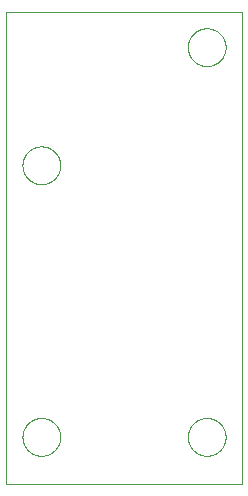
<source format=gtp>
G75*
%MOIN*%
%OFA0B0*%
%FSLAX25Y25*%
%IPPOS*%
%LPD*%
%AMOC8*
5,1,8,0,0,1.08239X$1,22.5*
%
%ADD10C,0.00000*%
D10*
X0001000Y0001000D02*
X0001000Y0158480D01*
X0079740Y0158480D01*
X0079740Y0001000D01*
X0001000Y0001000D01*
X0006512Y0016748D02*
X0006514Y0016906D01*
X0006520Y0017064D01*
X0006530Y0017222D01*
X0006544Y0017380D01*
X0006562Y0017537D01*
X0006583Y0017694D01*
X0006609Y0017850D01*
X0006639Y0018006D01*
X0006672Y0018161D01*
X0006710Y0018314D01*
X0006751Y0018467D01*
X0006796Y0018619D01*
X0006845Y0018770D01*
X0006898Y0018919D01*
X0006954Y0019067D01*
X0007014Y0019213D01*
X0007078Y0019358D01*
X0007146Y0019501D01*
X0007217Y0019643D01*
X0007291Y0019783D01*
X0007369Y0019920D01*
X0007451Y0020056D01*
X0007535Y0020190D01*
X0007624Y0020321D01*
X0007715Y0020450D01*
X0007810Y0020577D01*
X0007907Y0020702D01*
X0008008Y0020824D01*
X0008112Y0020943D01*
X0008219Y0021060D01*
X0008329Y0021174D01*
X0008442Y0021285D01*
X0008557Y0021394D01*
X0008675Y0021499D01*
X0008796Y0021601D01*
X0008919Y0021701D01*
X0009045Y0021797D01*
X0009173Y0021890D01*
X0009303Y0021980D01*
X0009436Y0022066D01*
X0009571Y0022150D01*
X0009707Y0022229D01*
X0009846Y0022306D01*
X0009987Y0022378D01*
X0010129Y0022448D01*
X0010273Y0022513D01*
X0010419Y0022575D01*
X0010566Y0022633D01*
X0010715Y0022688D01*
X0010865Y0022739D01*
X0011016Y0022786D01*
X0011168Y0022829D01*
X0011321Y0022868D01*
X0011476Y0022904D01*
X0011631Y0022935D01*
X0011787Y0022963D01*
X0011943Y0022987D01*
X0012100Y0023007D01*
X0012258Y0023023D01*
X0012415Y0023035D01*
X0012574Y0023043D01*
X0012732Y0023047D01*
X0012890Y0023047D01*
X0013048Y0023043D01*
X0013207Y0023035D01*
X0013364Y0023023D01*
X0013522Y0023007D01*
X0013679Y0022987D01*
X0013835Y0022963D01*
X0013991Y0022935D01*
X0014146Y0022904D01*
X0014301Y0022868D01*
X0014454Y0022829D01*
X0014606Y0022786D01*
X0014757Y0022739D01*
X0014907Y0022688D01*
X0015056Y0022633D01*
X0015203Y0022575D01*
X0015349Y0022513D01*
X0015493Y0022448D01*
X0015635Y0022378D01*
X0015776Y0022306D01*
X0015915Y0022229D01*
X0016051Y0022150D01*
X0016186Y0022066D01*
X0016319Y0021980D01*
X0016449Y0021890D01*
X0016577Y0021797D01*
X0016703Y0021701D01*
X0016826Y0021601D01*
X0016947Y0021499D01*
X0017065Y0021394D01*
X0017180Y0021285D01*
X0017293Y0021174D01*
X0017403Y0021060D01*
X0017510Y0020943D01*
X0017614Y0020824D01*
X0017715Y0020702D01*
X0017812Y0020577D01*
X0017907Y0020450D01*
X0017998Y0020321D01*
X0018087Y0020190D01*
X0018171Y0020056D01*
X0018253Y0019920D01*
X0018331Y0019783D01*
X0018405Y0019643D01*
X0018476Y0019501D01*
X0018544Y0019358D01*
X0018608Y0019213D01*
X0018668Y0019067D01*
X0018724Y0018919D01*
X0018777Y0018770D01*
X0018826Y0018619D01*
X0018871Y0018467D01*
X0018912Y0018314D01*
X0018950Y0018161D01*
X0018983Y0018006D01*
X0019013Y0017850D01*
X0019039Y0017694D01*
X0019060Y0017537D01*
X0019078Y0017380D01*
X0019092Y0017222D01*
X0019102Y0017064D01*
X0019108Y0016906D01*
X0019110Y0016748D01*
X0019108Y0016590D01*
X0019102Y0016432D01*
X0019092Y0016274D01*
X0019078Y0016116D01*
X0019060Y0015959D01*
X0019039Y0015802D01*
X0019013Y0015646D01*
X0018983Y0015490D01*
X0018950Y0015335D01*
X0018912Y0015182D01*
X0018871Y0015029D01*
X0018826Y0014877D01*
X0018777Y0014726D01*
X0018724Y0014577D01*
X0018668Y0014429D01*
X0018608Y0014283D01*
X0018544Y0014138D01*
X0018476Y0013995D01*
X0018405Y0013853D01*
X0018331Y0013713D01*
X0018253Y0013576D01*
X0018171Y0013440D01*
X0018087Y0013306D01*
X0017998Y0013175D01*
X0017907Y0013046D01*
X0017812Y0012919D01*
X0017715Y0012794D01*
X0017614Y0012672D01*
X0017510Y0012553D01*
X0017403Y0012436D01*
X0017293Y0012322D01*
X0017180Y0012211D01*
X0017065Y0012102D01*
X0016947Y0011997D01*
X0016826Y0011895D01*
X0016703Y0011795D01*
X0016577Y0011699D01*
X0016449Y0011606D01*
X0016319Y0011516D01*
X0016186Y0011430D01*
X0016051Y0011346D01*
X0015915Y0011267D01*
X0015776Y0011190D01*
X0015635Y0011118D01*
X0015493Y0011048D01*
X0015349Y0010983D01*
X0015203Y0010921D01*
X0015056Y0010863D01*
X0014907Y0010808D01*
X0014757Y0010757D01*
X0014606Y0010710D01*
X0014454Y0010667D01*
X0014301Y0010628D01*
X0014146Y0010592D01*
X0013991Y0010561D01*
X0013835Y0010533D01*
X0013679Y0010509D01*
X0013522Y0010489D01*
X0013364Y0010473D01*
X0013207Y0010461D01*
X0013048Y0010453D01*
X0012890Y0010449D01*
X0012732Y0010449D01*
X0012574Y0010453D01*
X0012415Y0010461D01*
X0012258Y0010473D01*
X0012100Y0010489D01*
X0011943Y0010509D01*
X0011787Y0010533D01*
X0011631Y0010561D01*
X0011476Y0010592D01*
X0011321Y0010628D01*
X0011168Y0010667D01*
X0011016Y0010710D01*
X0010865Y0010757D01*
X0010715Y0010808D01*
X0010566Y0010863D01*
X0010419Y0010921D01*
X0010273Y0010983D01*
X0010129Y0011048D01*
X0009987Y0011118D01*
X0009846Y0011190D01*
X0009707Y0011267D01*
X0009571Y0011346D01*
X0009436Y0011430D01*
X0009303Y0011516D01*
X0009173Y0011606D01*
X0009045Y0011699D01*
X0008919Y0011795D01*
X0008796Y0011895D01*
X0008675Y0011997D01*
X0008557Y0012102D01*
X0008442Y0012211D01*
X0008329Y0012322D01*
X0008219Y0012436D01*
X0008112Y0012553D01*
X0008008Y0012672D01*
X0007907Y0012794D01*
X0007810Y0012919D01*
X0007715Y0013046D01*
X0007624Y0013175D01*
X0007535Y0013306D01*
X0007451Y0013440D01*
X0007369Y0013576D01*
X0007291Y0013713D01*
X0007217Y0013853D01*
X0007146Y0013995D01*
X0007078Y0014138D01*
X0007014Y0014283D01*
X0006954Y0014429D01*
X0006898Y0014577D01*
X0006845Y0014726D01*
X0006796Y0014877D01*
X0006751Y0015029D01*
X0006710Y0015182D01*
X0006672Y0015335D01*
X0006639Y0015490D01*
X0006609Y0015646D01*
X0006583Y0015802D01*
X0006562Y0015959D01*
X0006544Y0016116D01*
X0006530Y0016274D01*
X0006520Y0016432D01*
X0006514Y0016590D01*
X0006512Y0016748D01*
X0006512Y0107299D02*
X0006514Y0107457D01*
X0006520Y0107615D01*
X0006530Y0107773D01*
X0006544Y0107931D01*
X0006562Y0108088D01*
X0006583Y0108245D01*
X0006609Y0108401D01*
X0006639Y0108557D01*
X0006672Y0108712D01*
X0006710Y0108865D01*
X0006751Y0109018D01*
X0006796Y0109170D01*
X0006845Y0109321D01*
X0006898Y0109470D01*
X0006954Y0109618D01*
X0007014Y0109764D01*
X0007078Y0109909D01*
X0007146Y0110052D01*
X0007217Y0110194D01*
X0007291Y0110334D01*
X0007369Y0110471D01*
X0007451Y0110607D01*
X0007535Y0110741D01*
X0007624Y0110872D01*
X0007715Y0111001D01*
X0007810Y0111128D01*
X0007907Y0111253D01*
X0008008Y0111375D01*
X0008112Y0111494D01*
X0008219Y0111611D01*
X0008329Y0111725D01*
X0008442Y0111836D01*
X0008557Y0111945D01*
X0008675Y0112050D01*
X0008796Y0112152D01*
X0008919Y0112252D01*
X0009045Y0112348D01*
X0009173Y0112441D01*
X0009303Y0112531D01*
X0009436Y0112617D01*
X0009571Y0112701D01*
X0009707Y0112780D01*
X0009846Y0112857D01*
X0009987Y0112929D01*
X0010129Y0112999D01*
X0010273Y0113064D01*
X0010419Y0113126D01*
X0010566Y0113184D01*
X0010715Y0113239D01*
X0010865Y0113290D01*
X0011016Y0113337D01*
X0011168Y0113380D01*
X0011321Y0113419D01*
X0011476Y0113455D01*
X0011631Y0113486D01*
X0011787Y0113514D01*
X0011943Y0113538D01*
X0012100Y0113558D01*
X0012258Y0113574D01*
X0012415Y0113586D01*
X0012574Y0113594D01*
X0012732Y0113598D01*
X0012890Y0113598D01*
X0013048Y0113594D01*
X0013207Y0113586D01*
X0013364Y0113574D01*
X0013522Y0113558D01*
X0013679Y0113538D01*
X0013835Y0113514D01*
X0013991Y0113486D01*
X0014146Y0113455D01*
X0014301Y0113419D01*
X0014454Y0113380D01*
X0014606Y0113337D01*
X0014757Y0113290D01*
X0014907Y0113239D01*
X0015056Y0113184D01*
X0015203Y0113126D01*
X0015349Y0113064D01*
X0015493Y0112999D01*
X0015635Y0112929D01*
X0015776Y0112857D01*
X0015915Y0112780D01*
X0016051Y0112701D01*
X0016186Y0112617D01*
X0016319Y0112531D01*
X0016449Y0112441D01*
X0016577Y0112348D01*
X0016703Y0112252D01*
X0016826Y0112152D01*
X0016947Y0112050D01*
X0017065Y0111945D01*
X0017180Y0111836D01*
X0017293Y0111725D01*
X0017403Y0111611D01*
X0017510Y0111494D01*
X0017614Y0111375D01*
X0017715Y0111253D01*
X0017812Y0111128D01*
X0017907Y0111001D01*
X0017998Y0110872D01*
X0018087Y0110741D01*
X0018171Y0110607D01*
X0018253Y0110471D01*
X0018331Y0110334D01*
X0018405Y0110194D01*
X0018476Y0110052D01*
X0018544Y0109909D01*
X0018608Y0109764D01*
X0018668Y0109618D01*
X0018724Y0109470D01*
X0018777Y0109321D01*
X0018826Y0109170D01*
X0018871Y0109018D01*
X0018912Y0108865D01*
X0018950Y0108712D01*
X0018983Y0108557D01*
X0019013Y0108401D01*
X0019039Y0108245D01*
X0019060Y0108088D01*
X0019078Y0107931D01*
X0019092Y0107773D01*
X0019102Y0107615D01*
X0019108Y0107457D01*
X0019110Y0107299D01*
X0019108Y0107141D01*
X0019102Y0106983D01*
X0019092Y0106825D01*
X0019078Y0106667D01*
X0019060Y0106510D01*
X0019039Y0106353D01*
X0019013Y0106197D01*
X0018983Y0106041D01*
X0018950Y0105886D01*
X0018912Y0105733D01*
X0018871Y0105580D01*
X0018826Y0105428D01*
X0018777Y0105277D01*
X0018724Y0105128D01*
X0018668Y0104980D01*
X0018608Y0104834D01*
X0018544Y0104689D01*
X0018476Y0104546D01*
X0018405Y0104404D01*
X0018331Y0104264D01*
X0018253Y0104127D01*
X0018171Y0103991D01*
X0018087Y0103857D01*
X0017998Y0103726D01*
X0017907Y0103597D01*
X0017812Y0103470D01*
X0017715Y0103345D01*
X0017614Y0103223D01*
X0017510Y0103104D01*
X0017403Y0102987D01*
X0017293Y0102873D01*
X0017180Y0102762D01*
X0017065Y0102653D01*
X0016947Y0102548D01*
X0016826Y0102446D01*
X0016703Y0102346D01*
X0016577Y0102250D01*
X0016449Y0102157D01*
X0016319Y0102067D01*
X0016186Y0101981D01*
X0016051Y0101897D01*
X0015915Y0101818D01*
X0015776Y0101741D01*
X0015635Y0101669D01*
X0015493Y0101599D01*
X0015349Y0101534D01*
X0015203Y0101472D01*
X0015056Y0101414D01*
X0014907Y0101359D01*
X0014757Y0101308D01*
X0014606Y0101261D01*
X0014454Y0101218D01*
X0014301Y0101179D01*
X0014146Y0101143D01*
X0013991Y0101112D01*
X0013835Y0101084D01*
X0013679Y0101060D01*
X0013522Y0101040D01*
X0013364Y0101024D01*
X0013207Y0101012D01*
X0013048Y0101004D01*
X0012890Y0101000D01*
X0012732Y0101000D01*
X0012574Y0101004D01*
X0012415Y0101012D01*
X0012258Y0101024D01*
X0012100Y0101040D01*
X0011943Y0101060D01*
X0011787Y0101084D01*
X0011631Y0101112D01*
X0011476Y0101143D01*
X0011321Y0101179D01*
X0011168Y0101218D01*
X0011016Y0101261D01*
X0010865Y0101308D01*
X0010715Y0101359D01*
X0010566Y0101414D01*
X0010419Y0101472D01*
X0010273Y0101534D01*
X0010129Y0101599D01*
X0009987Y0101669D01*
X0009846Y0101741D01*
X0009707Y0101818D01*
X0009571Y0101897D01*
X0009436Y0101981D01*
X0009303Y0102067D01*
X0009173Y0102157D01*
X0009045Y0102250D01*
X0008919Y0102346D01*
X0008796Y0102446D01*
X0008675Y0102548D01*
X0008557Y0102653D01*
X0008442Y0102762D01*
X0008329Y0102873D01*
X0008219Y0102987D01*
X0008112Y0103104D01*
X0008008Y0103223D01*
X0007907Y0103345D01*
X0007810Y0103470D01*
X0007715Y0103597D01*
X0007624Y0103726D01*
X0007535Y0103857D01*
X0007451Y0103991D01*
X0007369Y0104127D01*
X0007291Y0104264D01*
X0007217Y0104404D01*
X0007146Y0104546D01*
X0007078Y0104689D01*
X0007014Y0104834D01*
X0006954Y0104980D01*
X0006898Y0105128D01*
X0006845Y0105277D01*
X0006796Y0105428D01*
X0006751Y0105580D01*
X0006710Y0105733D01*
X0006672Y0105886D01*
X0006639Y0106041D01*
X0006609Y0106197D01*
X0006583Y0106353D01*
X0006562Y0106510D01*
X0006544Y0106667D01*
X0006530Y0106825D01*
X0006520Y0106983D01*
X0006514Y0107141D01*
X0006512Y0107299D01*
X0061630Y0146669D02*
X0061632Y0146827D01*
X0061638Y0146985D01*
X0061648Y0147143D01*
X0061662Y0147301D01*
X0061680Y0147458D01*
X0061701Y0147615D01*
X0061727Y0147771D01*
X0061757Y0147927D01*
X0061790Y0148082D01*
X0061828Y0148235D01*
X0061869Y0148388D01*
X0061914Y0148540D01*
X0061963Y0148691D01*
X0062016Y0148840D01*
X0062072Y0148988D01*
X0062132Y0149134D01*
X0062196Y0149279D01*
X0062264Y0149422D01*
X0062335Y0149564D01*
X0062409Y0149704D01*
X0062487Y0149841D01*
X0062569Y0149977D01*
X0062653Y0150111D01*
X0062742Y0150242D01*
X0062833Y0150371D01*
X0062928Y0150498D01*
X0063025Y0150623D01*
X0063126Y0150745D01*
X0063230Y0150864D01*
X0063337Y0150981D01*
X0063447Y0151095D01*
X0063560Y0151206D01*
X0063675Y0151315D01*
X0063793Y0151420D01*
X0063914Y0151522D01*
X0064037Y0151622D01*
X0064163Y0151718D01*
X0064291Y0151811D01*
X0064421Y0151901D01*
X0064554Y0151987D01*
X0064689Y0152071D01*
X0064825Y0152150D01*
X0064964Y0152227D01*
X0065105Y0152299D01*
X0065247Y0152369D01*
X0065391Y0152434D01*
X0065537Y0152496D01*
X0065684Y0152554D01*
X0065833Y0152609D01*
X0065983Y0152660D01*
X0066134Y0152707D01*
X0066286Y0152750D01*
X0066439Y0152789D01*
X0066594Y0152825D01*
X0066749Y0152856D01*
X0066905Y0152884D01*
X0067061Y0152908D01*
X0067218Y0152928D01*
X0067376Y0152944D01*
X0067533Y0152956D01*
X0067692Y0152964D01*
X0067850Y0152968D01*
X0068008Y0152968D01*
X0068166Y0152964D01*
X0068325Y0152956D01*
X0068482Y0152944D01*
X0068640Y0152928D01*
X0068797Y0152908D01*
X0068953Y0152884D01*
X0069109Y0152856D01*
X0069264Y0152825D01*
X0069419Y0152789D01*
X0069572Y0152750D01*
X0069724Y0152707D01*
X0069875Y0152660D01*
X0070025Y0152609D01*
X0070174Y0152554D01*
X0070321Y0152496D01*
X0070467Y0152434D01*
X0070611Y0152369D01*
X0070753Y0152299D01*
X0070894Y0152227D01*
X0071033Y0152150D01*
X0071169Y0152071D01*
X0071304Y0151987D01*
X0071437Y0151901D01*
X0071567Y0151811D01*
X0071695Y0151718D01*
X0071821Y0151622D01*
X0071944Y0151522D01*
X0072065Y0151420D01*
X0072183Y0151315D01*
X0072298Y0151206D01*
X0072411Y0151095D01*
X0072521Y0150981D01*
X0072628Y0150864D01*
X0072732Y0150745D01*
X0072833Y0150623D01*
X0072930Y0150498D01*
X0073025Y0150371D01*
X0073116Y0150242D01*
X0073205Y0150111D01*
X0073289Y0149977D01*
X0073371Y0149841D01*
X0073449Y0149704D01*
X0073523Y0149564D01*
X0073594Y0149422D01*
X0073662Y0149279D01*
X0073726Y0149134D01*
X0073786Y0148988D01*
X0073842Y0148840D01*
X0073895Y0148691D01*
X0073944Y0148540D01*
X0073989Y0148388D01*
X0074030Y0148235D01*
X0074068Y0148082D01*
X0074101Y0147927D01*
X0074131Y0147771D01*
X0074157Y0147615D01*
X0074178Y0147458D01*
X0074196Y0147301D01*
X0074210Y0147143D01*
X0074220Y0146985D01*
X0074226Y0146827D01*
X0074228Y0146669D01*
X0074226Y0146511D01*
X0074220Y0146353D01*
X0074210Y0146195D01*
X0074196Y0146037D01*
X0074178Y0145880D01*
X0074157Y0145723D01*
X0074131Y0145567D01*
X0074101Y0145411D01*
X0074068Y0145256D01*
X0074030Y0145103D01*
X0073989Y0144950D01*
X0073944Y0144798D01*
X0073895Y0144647D01*
X0073842Y0144498D01*
X0073786Y0144350D01*
X0073726Y0144204D01*
X0073662Y0144059D01*
X0073594Y0143916D01*
X0073523Y0143774D01*
X0073449Y0143634D01*
X0073371Y0143497D01*
X0073289Y0143361D01*
X0073205Y0143227D01*
X0073116Y0143096D01*
X0073025Y0142967D01*
X0072930Y0142840D01*
X0072833Y0142715D01*
X0072732Y0142593D01*
X0072628Y0142474D01*
X0072521Y0142357D01*
X0072411Y0142243D01*
X0072298Y0142132D01*
X0072183Y0142023D01*
X0072065Y0141918D01*
X0071944Y0141816D01*
X0071821Y0141716D01*
X0071695Y0141620D01*
X0071567Y0141527D01*
X0071437Y0141437D01*
X0071304Y0141351D01*
X0071169Y0141267D01*
X0071033Y0141188D01*
X0070894Y0141111D01*
X0070753Y0141039D01*
X0070611Y0140969D01*
X0070467Y0140904D01*
X0070321Y0140842D01*
X0070174Y0140784D01*
X0070025Y0140729D01*
X0069875Y0140678D01*
X0069724Y0140631D01*
X0069572Y0140588D01*
X0069419Y0140549D01*
X0069264Y0140513D01*
X0069109Y0140482D01*
X0068953Y0140454D01*
X0068797Y0140430D01*
X0068640Y0140410D01*
X0068482Y0140394D01*
X0068325Y0140382D01*
X0068166Y0140374D01*
X0068008Y0140370D01*
X0067850Y0140370D01*
X0067692Y0140374D01*
X0067533Y0140382D01*
X0067376Y0140394D01*
X0067218Y0140410D01*
X0067061Y0140430D01*
X0066905Y0140454D01*
X0066749Y0140482D01*
X0066594Y0140513D01*
X0066439Y0140549D01*
X0066286Y0140588D01*
X0066134Y0140631D01*
X0065983Y0140678D01*
X0065833Y0140729D01*
X0065684Y0140784D01*
X0065537Y0140842D01*
X0065391Y0140904D01*
X0065247Y0140969D01*
X0065105Y0141039D01*
X0064964Y0141111D01*
X0064825Y0141188D01*
X0064689Y0141267D01*
X0064554Y0141351D01*
X0064421Y0141437D01*
X0064291Y0141527D01*
X0064163Y0141620D01*
X0064037Y0141716D01*
X0063914Y0141816D01*
X0063793Y0141918D01*
X0063675Y0142023D01*
X0063560Y0142132D01*
X0063447Y0142243D01*
X0063337Y0142357D01*
X0063230Y0142474D01*
X0063126Y0142593D01*
X0063025Y0142715D01*
X0062928Y0142840D01*
X0062833Y0142967D01*
X0062742Y0143096D01*
X0062653Y0143227D01*
X0062569Y0143361D01*
X0062487Y0143497D01*
X0062409Y0143634D01*
X0062335Y0143774D01*
X0062264Y0143916D01*
X0062196Y0144059D01*
X0062132Y0144204D01*
X0062072Y0144350D01*
X0062016Y0144498D01*
X0061963Y0144647D01*
X0061914Y0144798D01*
X0061869Y0144950D01*
X0061828Y0145103D01*
X0061790Y0145256D01*
X0061757Y0145411D01*
X0061727Y0145567D01*
X0061701Y0145723D01*
X0061680Y0145880D01*
X0061662Y0146037D01*
X0061648Y0146195D01*
X0061638Y0146353D01*
X0061632Y0146511D01*
X0061630Y0146669D01*
X0061630Y0016748D02*
X0061632Y0016906D01*
X0061638Y0017064D01*
X0061648Y0017222D01*
X0061662Y0017380D01*
X0061680Y0017537D01*
X0061701Y0017694D01*
X0061727Y0017850D01*
X0061757Y0018006D01*
X0061790Y0018161D01*
X0061828Y0018314D01*
X0061869Y0018467D01*
X0061914Y0018619D01*
X0061963Y0018770D01*
X0062016Y0018919D01*
X0062072Y0019067D01*
X0062132Y0019213D01*
X0062196Y0019358D01*
X0062264Y0019501D01*
X0062335Y0019643D01*
X0062409Y0019783D01*
X0062487Y0019920D01*
X0062569Y0020056D01*
X0062653Y0020190D01*
X0062742Y0020321D01*
X0062833Y0020450D01*
X0062928Y0020577D01*
X0063025Y0020702D01*
X0063126Y0020824D01*
X0063230Y0020943D01*
X0063337Y0021060D01*
X0063447Y0021174D01*
X0063560Y0021285D01*
X0063675Y0021394D01*
X0063793Y0021499D01*
X0063914Y0021601D01*
X0064037Y0021701D01*
X0064163Y0021797D01*
X0064291Y0021890D01*
X0064421Y0021980D01*
X0064554Y0022066D01*
X0064689Y0022150D01*
X0064825Y0022229D01*
X0064964Y0022306D01*
X0065105Y0022378D01*
X0065247Y0022448D01*
X0065391Y0022513D01*
X0065537Y0022575D01*
X0065684Y0022633D01*
X0065833Y0022688D01*
X0065983Y0022739D01*
X0066134Y0022786D01*
X0066286Y0022829D01*
X0066439Y0022868D01*
X0066594Y0022904D01*
X0066749Y0022935D01*
X0066905Y0022963D01*
X0067061Y0022987D01*
X0067218Y0023007D01*
X0067376Y0023023D01*
X0067533Y0023035D01*
X0067692Y0023043D01*
X0067850Y0023047D01*
X0068008Y0023047D01*
X0068166Y0023043D01*
X0068325Y0023035D01*
X0068482Y0023023D01*
X0068640Y0023007D01*
X0068797Y0022987D01*
X0068953Y0022963D01*
X0069109Y0022935D01*
X0069264Y0022904D01*
X0069419Y0022868D01*
X0069572Y0022829D01*
X0069724Y0022786D01*
X0069875Y0022739D01*
X0070025Y0022688D01*
X0070174Y0022633D01*
X0070321Y0022575D01*
X0070467Y0022513D01*
X0070611Y0022448D01*
X0070753Y0022378D01*
X0070894Y0022306D01*
X0071033Y0022229D01*
X0071169Y0022150D01*
X0071304Y0022066D01*
X0071437Y0021980D01*
X0071567Y0021890D01*
X0071695Y0021797D01*
X0071821Y0021701D01*
X0071944Y0021601D01*
X0072065Y0021499D01*
X0072183Y0021394D01*
X0072298Y0021285D01*
X0072411Y0021174D01*
X0072521Y0021060D01*
X0072628Y0020943D01*
X0072732Y0020824D01*
X0072833Y0020702D01*
X0072930Y0020577D01*
X0073025Y0020450D01*
X0073116Y0020321D01*
X0073205Y0020190D01*
X0073289Y0020056D01*
X0073371Y0019920D01*
X0073449Y0019783D01*
X0073523Y0019643D01*
X0073594Y0019501D01*
X0073662Y0019358D01*
X0073726Y0019213D01*
X0073786Y0019067D01*
X0073842Y0018919D01*
X0073895Y0018770D01*
X0073944Y0018619D01*
X0073989Y0018467D01*
X0074030Y0018314D01*
X0074068Y0018161D01*
X0074101Y0018006D01*
X0074131Y0017850D01*
X0074157Y0017694D01*
X0074178Y0017537D01*
X0074196Y0017380D01*
X0074210Y0017222D01*
X0074220Y0017064D01*
X0074226Y0016906D01*
X0074228Y0016748D01*
X0074226Y0016590D01*
X0074220Y0016432D01*
X0074210Y0016274D01*
X0074196Y0016116D01*
X0074178Y0015959D01*
X0074157Y0015802D01*
X0074131Y0015646D01*
X0074101Y0015490D01*
X0074068Y0015335D01*
X0074030Y0015182D01*
X0073989Y0015029D01*
X0073944Y0014877D01*
X0073895Y0014726D01*
X0073842Y0014577D01*
X0073786Y0014429D01*
X0073726Y0014283D01*
X0073662Y0014138D01*
X0073594Y0013995D01*
X0073523Y0013853D01*
X0073449Y0013713D01*
X0073371Y0013576D01*
X0073289Y0013440D01*
X0073205Y0013306D01*
X0073116Y0013175D01*
X0073025Y0013046D01*
X0072930Y0012919D01*
X0072833Y0012794D01*
X0072732Y0012672D01*
X0072628Y0012553D01*
X0072521Y0012436D01*
X0072411Y0012322D01*
X0072298Y0012211D01*
X0072183Y0012102D01*
X0072065Y0011997D01*
X0071944Y0011895D01*
X0071821Y0011795D01*
X0071695Y0011699D01*
X0071567Y0011606D01*
X0071437Y0011516D01*
X0071304Y0011430D01*
X0071169Y0011346D01*
X0071033Y0011267D01*
X0070894Y0011190D01*
X0070753Y0011118D01*
X0070611Y0011048D01*
X0070467Y0010983D01*
X0070321Y0010921D01*
X0070174Y0010863D01*
X0070025Y0010808D01*
X0069875Y0010757D01*
X0069724Y0010710D01*
X0069572Y0010667D01*
X0069419Y0010628D01*
X0069264Y0010592D01*
X0069109Y0010561D01*
X0068953Y0010533D01*
X0068797Y0010509D01*
X0068640Y0010489D01*
X0068482Y0010473D01*
X0068325Y0010461D01*
X0068166Y0010453D01*
X0068008Y0010449D01*
X0067850Y0010449D01*
X0067692Y0010453D01*
X0067533Y0010461D01*
X0067376Y0010473D01*
X0067218Y0010489D01*
X0067061Y0010509D01*
X0066905Y0010533D01*
X0066749Y0010561D01*
X0066594Y0010592D01*
X0066439Y0010628D01*
X0066286Y0010667D01*
X0066134Y0010710D01*
X0065983Y0010757D01*
X0065833Y0010808D01*
X0065684Y0010863D01*
X0065537Y0010921D01*
X0065391Y0010983D01*
X0065247Y0011048D01*
X0065105Y0011118D01*
X0064964Y0011190D01*
X0064825Y0011267D01*
X0064689Y0011346D01*
X0064554Y0011430D01*
X0064421Y0011516D01*
X0064291Y0011606D01*
X0064163Y0011699D01*
X0064037Y0011795D01*
X0063914Y0011895D01*
X0063793Y0011997D01*
X0063675Y0012102D01*
X0063560Y0012211D01*
X0063447Y0012322D01*
X0063337Y0012436D01*
X0063230Y0012553D01*
X0063126Y0012672D01*
X0063025Y0012794D01*
X0062928Y0012919D01*
X0062833Y0013046D01*
X0062742Y0013175D01*
X0062653Y0013306D01*
X0062569Y0013440D01*
X0062487Y0013576D01*
X0062409Y0013713D01*
X0062335Y0013853D01*
X0062264Y0013995D01*
X0062196Y0014138D01*
X0062132Y0014283D01*
X0062072Y0014429D01*
X0062016Y0014577D01*
X0061963Y0014726D01*
X0061914Y0014877D01*
X0061869Y0015029D01*
X0061828Y0015182D01*
X0061790Y0015335D01*
X0061757Y0015490D01*
X0061727Y0015646D01*
X0061701Y0015802D01*
X0061680Y0015959D01*
X0061662Y0016116D01*
X0061648Y0016274D01*
X0061638Y0016432D01*
X0061632Y0016590D01*
X0061630Y0016748D01*
M02*

</source>
